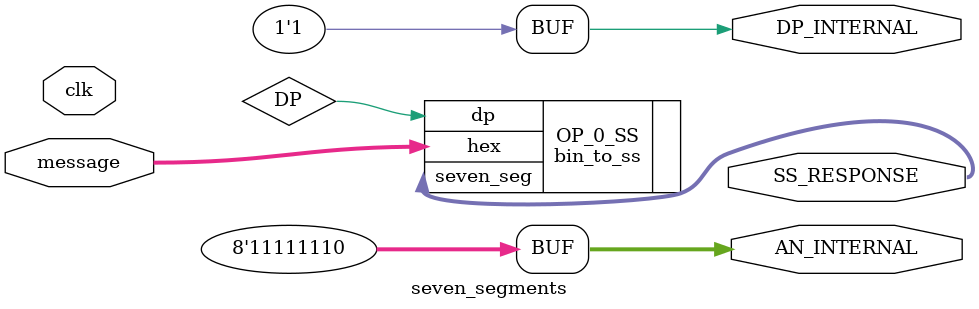
<source format=sv>
`timescale 1ns / 1ps


module seven_segments(message, clk, SS_RESPONSE, AN_INTERNAL, DP_INTERNAL);
    
    input logic [3:0]message;
    input logic clk;
    output logic DP_INTERNAL;
    output logic [6:0]SS_RESPONSE;
    output logic [7:0]AN_INTERNAL;
    
    assign AN_INTERNAL=8'b11111110;
    assign DP_INTERNAL=1;
    
    bin_to_ss OP_0_SS(.hex(message), .dp(DP), .seven_seg(SS_RESPONSE));
    
    
endmodule

</source>
